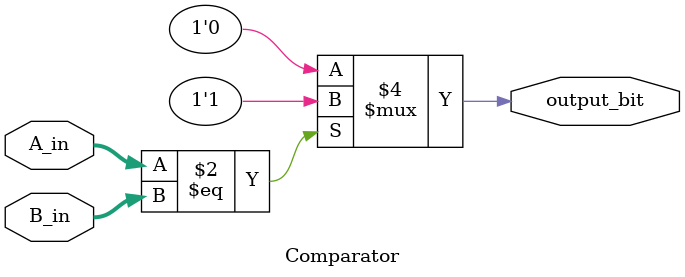
<source format=v>
module Comparator(output_bit, A_in, B_in);
  input [31:0] A_in, B_in;
  output reg output_bit;
  
 always @(*) begin
    if (A_in == B_in) begin
        output_bit = 1'b1;
    end
    else begin
        output_bit = 1'b0;
    end
end

endmodule

</source>
